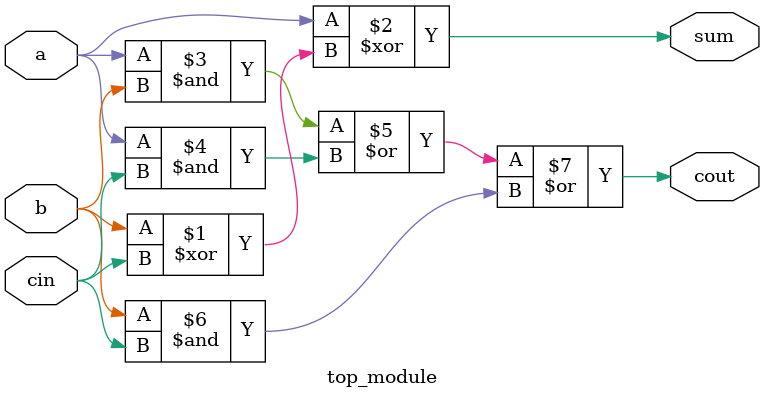
<source format=sv>
module top_module(
  input a,
  input b,
  input cin,
  output cout,
  output sum
);
  assign sum  = a ^ (b ^ cin);
  assign cout = a & b | a & cin | b & cin;
endmodule

</source>
